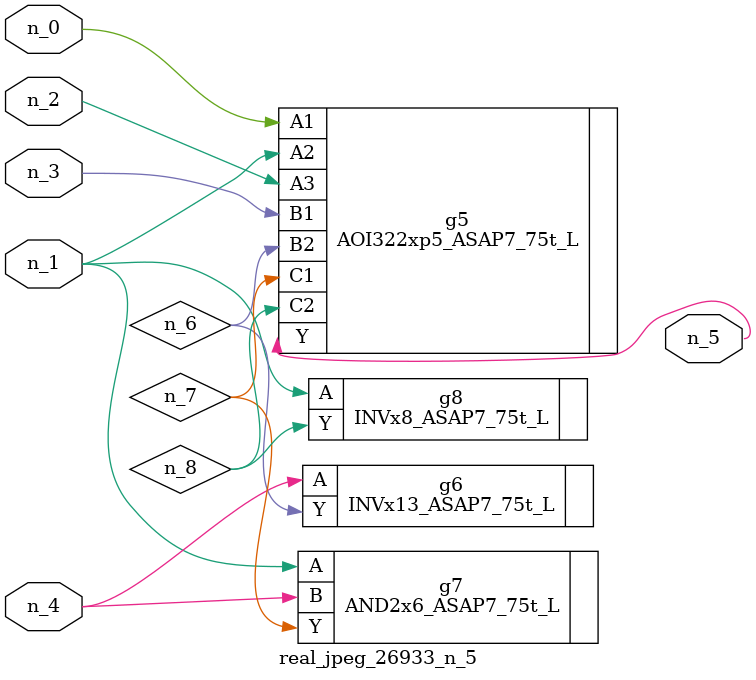
<source format=v>
module real_jpeg_26933_n_5 (n_4, n_0, n_1, n_2, n_3, n_5);

input n_4;
input n_0;
input n_1;
input n_2;
input n_3;

output n_5;

wire n_8;
wire n_6;
wire n_7;

AOI322xp5_ASAP7_75t_L g5 ( 
.A1(n_0),
.A2(n_1),
.A3(n_2),
.B1(n_3),
.B2(n_6),
.C1(n_7),
.C2(n_8),
.Y(n_5)
);

AND2x6_ASAP7_75t_L g7 ( 
.A(n_1),
.B(n_4),
.Y(n_7)
);

INVx8_ASAP7_75t_L g8 ( 
.A(n_1),
.Y(n_8)
);

INVx13_ASAP7_75t_L g6 ( 
.A(n_4),
.Y(n_6)
);


endmodule
</source>
